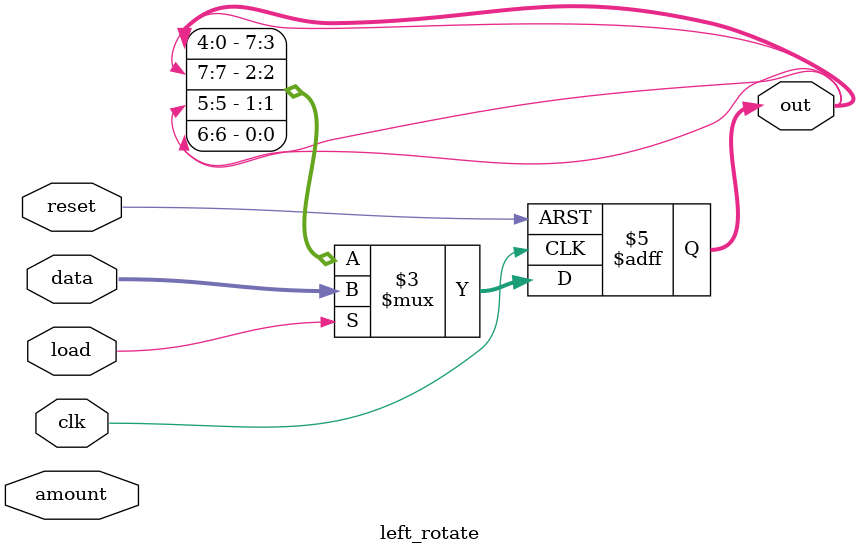
<source format=v>
module left_rotate(clk,reset,amount,data,load,out);
input clk,reset;
input [2:0] amount;
input [7:0] data;
input load;
output reg [7:0] out;
// when load is high, load data to out
// otherwise rotate the out register followed by left shift the out register by amount bits
always @(posedge clk or posedge reset)
	begin
	if (reset)
	out <= 0;
	else if (load)
	out <= data;
	else begin
	// do the left shift first
	out = {out[6:0],out[7]};
	// then rotate
	out = {out[5:0],out[6],out[7]};
	end
	end
endmodule

</source>
